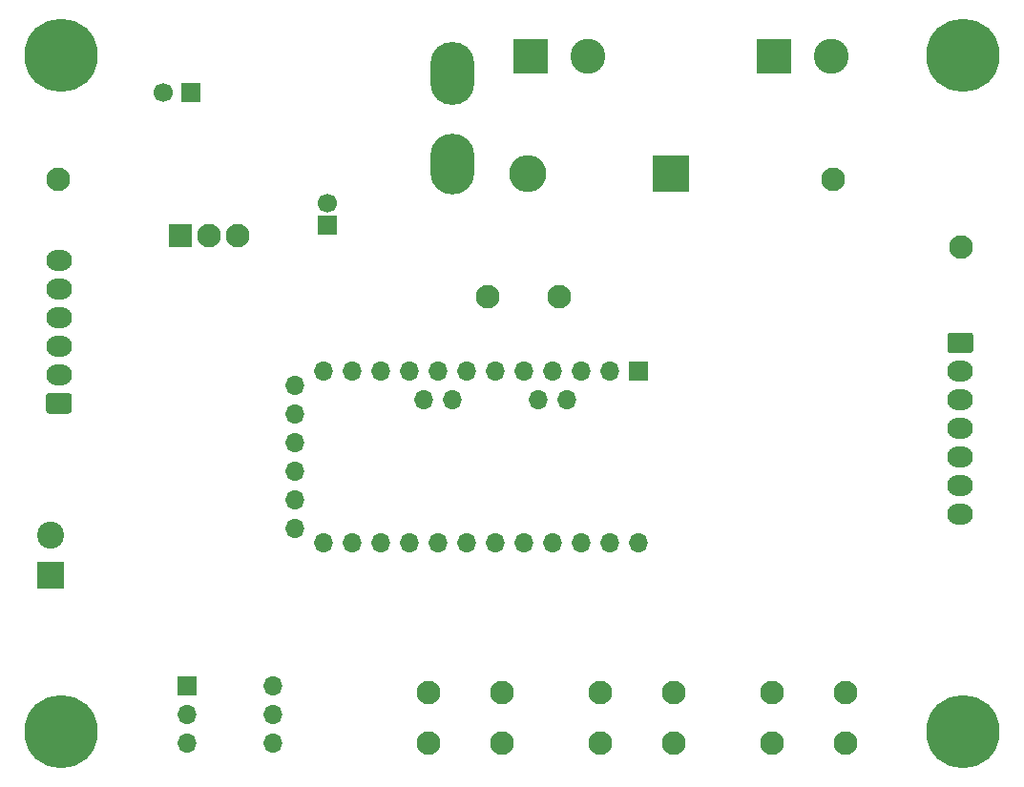
<source format=gbr>
%TF.GenerationSoftware,KiCad,Pcbnew,(5.1.6)-1*%
%TF.CreationDate,2020-09-05T08:23:18-07:00*%
%TF.ProjectId,pulser,70756c73-6572-42e6-9b69-6361645f7063,rev?*%
%TF.SameCoordinates,Original*%
%TF.FileFunction,Soldermask,Bot*%
%TF.FilePolarity,Negative*%
%FSLAX46Y46*%
G04 Gerber Fmt 4.6, Leading zero omitted, Abs format (unit mm)*
G04 Created by KiCad (PCBNEW (5.1.6)-1) date 2020-09-05 08:23:18*
%MOMM*%
%LPD*%
G01*
G04 APERTURE LIST*
%ADD10O,3.900000X5.600000*%
%ADD11O,3.900000X5.400000*%
%ADD12R,3.100000X3.100000*%
%ADD13C,3.100000*%
%ADD14R,1.700000X1.700000*%
%ADD15C,1.700000*%
%ADD16C,6.500000*%
%ADD17O,1.700000X1.700000*%
%ADD18C,2.100000*%
%ADD19R,2.100000X2.100000*%
%ADD20O,3.300000X3.300000*%
%ADD21R,3.300000X3.300000*%
%ADD22O,2.290000X1.840000*%
%ADD23C,2.400000*%
%ADD24R,2.400000X2.400000*%
G04 APERTURE END LIST*
D10*
%TO.C,F1*%
X99695000Y-86615000D03*
D11*
X99695000Y-94615000D03*
%TD*%
D12*
%TO.C,J2*%
X106680000Y-85090000D03*
D13*
X111760000Y-85090000D03*
%TD*%
D12*
%TO.C,J4*%
X128270000Y-85090000D03*
D13*
X133350000Y-85090000D03*
%TD*%
D14*
%TO.C,C3*%
X88646000Y-100076000D03*
D15*
X88646000Y-98076000D03*
%TD*%
D14*
%TO.C,C2*%
X76530200Y-88239600D03*
D15*
X74030200Y-88239600D03*
%TD*%
D16*
%TO.C,H4*%
X65000000Y-85000000D03*
%TD*%
%TO.C,H3*%
X145000000Y-85000000D03*
%TD*%
%TO.C,H2*%
X145000000Y-145000000D03*
%TD*%
%TO.C,H1*%
X65000000Y-145000000D03*
%TD*%
D17*
%TO.C,U2*%
X97155000Y-115570000D03*
X99695000Y-115570000D03*
X107315000Y-115570000D03*
X109855000Y-115570000D03*
X85725000Y-121920000D03*
X85725000Y-119380000D03*
X116205000Y-128270000D03*
X85725000Y-116840000D03*
X113665000Y-128270000D03*
X85725000Y-114300000D03*
X111125000Y-128270000D03*
X88265000Y-113030000D03*
X108585000Y-128270000D03*
X90805000Y-113030000D03*
X106045000Y-128270000D03*
X93345000Y-113030000D03*
X103505000Y-128270000D03*
X95885000Y-113030000D03*
X100965000Y-128270000D03*
X98425000Y-113030000D03*
X98425000Y-128270000D03*
X100965000Y-113030000D03*
X95885000Y-128270000D03*
X103505000Y-113030000D03*
X93345000Y-128270000D03*
X106045000Y-113030000D03*
X90805000Y-128270000D03*
X108585000Y-113030000D03*
X88265000Y-128270000D03*
X111125000Y-113030000D03*
X85725000Y-127000000D03*
X113665000Y-113030000D03*
X85725000Y-124460000D03*
D14*
X116205000Y-113030000D03*
%TD*%
D18*
%TO.C,U1*%
X80645000Y-100965000D03*
X78105000Y-100965000D03*
D19*
X75565000Y-100965000D03*
%TD*%
D20*
%TO.C,D1*%
X106426000Y-95504000D03*
D21*
X119126000Y-95504000D03*
%TD*%
D22*
%TO.C,J3*%
X64810000Y-103160000D03*
X64810000Y-105700000D03*
X64810000Y-108240000D03*
X64810000Y-110780000D03*
X64810000Y-113320000D03*
G36*
G01*
X65690633Y-116780000D02*
X63929367Y-116780000D01*
G75*
G02*
X63665000Y-116515633I0J264367D01*
G01*
X63665000Y-115204367D01*
G75*
G02*
X63929367Y-114940000I264367J0D01*
G01*
X65690633Y-114940000D01*
G75*
G02*
X65955000Y-115204367I0J-264367D01*
G01*
X65955000Y-116515633D01*
G75*
G02*
X65690633Y-116780000I-264367J0D01*
G01*
G37*
%TD*%
D23*
%TO.C,J1*%
X64050000Y-127580000D03*
D24*
X64050000Y-131080000D03*
%TD*%
D22*
%TO.C,J5*%
X144780000Y-125730000D03*
X144780000Y-123190000D03*
X144780000Y-120650000D03*
X144780000Y-118110000D03*
X144780000Y-115570000D03*
X144780000Y-113030000D03*
G36*
G01*
X143899367Y-109570000D02*
X145660633Y-109570000D01*
G75*
G02*
X145925000Y-109834367I0J-264367D01*
G01*
X145925000Y-111145633D01*
G75*
G02*
X145660633Y-111410000I-264367J0D01*
G01*
X143899367Y-111410000D01*
G75*
G02*
X143635000Y-111145633I0J264367D01*
G01*
X143635000Y-109834367D01*
G75*
G02*
X143899367Y-109570000I264367J0D01*
G01*
G37*
%TD*%
D18*
%TO.C,SW3*%
X128120000Y-146050000D03*
X128120000Y-141550000D03*
X134620000Y-146050000D03*
X134620000Y-141550000D03*
%TD*%
%TO.C,SW2*%
X112880000Y-146050000D03*
X112880000Y-141550000D03*
X119380000Y-146050000D03*
X119380000Y-141550000D03*
%TD*%
%TO.C,SW1*%
X97640000Y-146050000D03*
X97640000Y-141550000D03*
X104140000Y-146050000D03*
X104140000Y-141550000D03*
%TD*%
D17*
%TO.C,SW4*%
X83820000Y-146050000D03*
X83820000Y-143510000D03*
X83820000Y-140970000D03*
X76200000Y-146050000D03*
X76200000Y-143510000D03*
D14*
X76200000Y-140970000D03*
%TD*%
D18*
%TO.C,TP5*%
X133477000Y-96012000D03*
%TD*%
%TO.C,TP4*%
X102870000Y-106426000D03*
%TD*%
%TO.C,TP2*%
X144856200Y-102031800D03*
%TD*%
%TO.C,TP1*%
X64770000Y-96012000D03*
%TD*%
%TO.C,TP3*%
X109220000Y-106426000D03*
%TD*%
M02*

</source>
